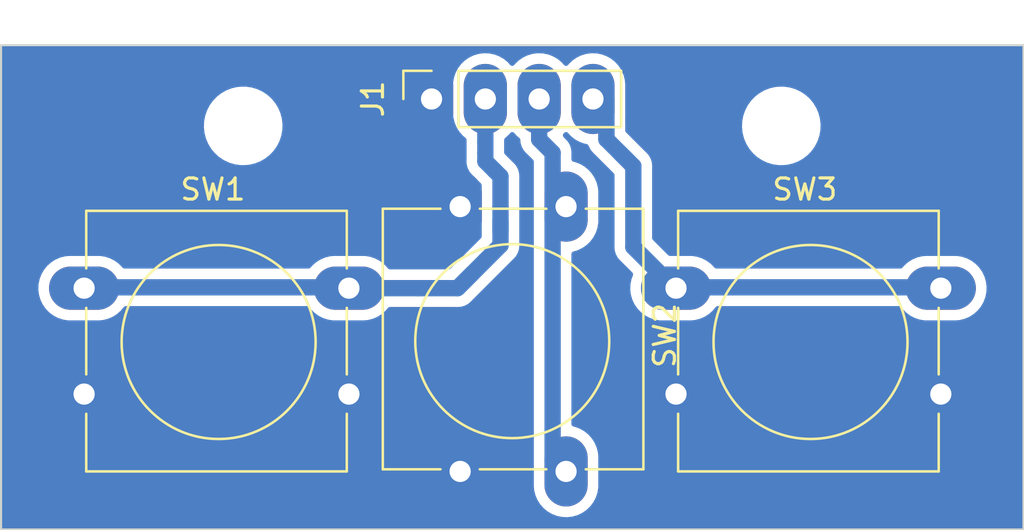
<source format=kicad_pcb>
(kicad_pcb (version 20221018) (generator pcbnew)
  (layers (0 "F.Cu" signal) (31 "B.Cu" signal) (34 "B.Paste" user) (35 "F.Paste" user) (36 "B.SilkS" user "B.Silkscreen") (37 "F.SilkS" user "F.Silkscreen") (38 "B.Mask" user) (39 "F.Mask" user) (44 "Edge.Cuts" user))
  (net 0 "")
  (net 1 "GND")
  (net 2 "Net-(J1-Pin_2)")
  (net 3 "Net-(J1-Pin_3)")
  (net 4 "Net-(J1-Pin_4)")
  (footprint "Button_Switch_THT:SW_PUSH-12mm" (layer "F.Cu") (at 30.59 36.87)
    (fp_text reference "SW1" (at 6.08 -4.66) (layer "F.SilkS"))
    (fp_text value "SW_Push")
    (fp_line (start 0.1 -3.65) (end 12.4 -3.65) (stroke (width 0.12)) (layer "F.SilkS"))
    (fp_line (start 0.1 -0.93) (end 0.1 -3.65) (stroke (width 0.12)) (layer "F.SilkS"))
    (fp_line (start 0.1 4.07) (end 0.1 0.93) (stroke (width 0.12)) (layer "F.SilkS"))
    (fp_line (start 0.1 8.65) (end 0.1 5.93) (stroke (width 0.12)) (layer "F.SilkS"))
    (fp_line (start 12.4 -3.65) (end 12.4 -0.93) (stroke (width 0.12)) (layer "F.SilkS"))
    (fp_line (start 12.4 0.93) (end 12.4 4.07) (stroke (width 0.12)) (layer "F.SilkS"))
    (fp_line (start 12.4 5.93) (end 12.4 8.65) (stroke (width 0.12)) (layer "F.SilkS"))
    (fp_line (start 12.4 8.65) (end 0.1 8.65) (stroke (width 0.12)) (layer "F.SilkS"))
    (fp_circle (center 6.35 2.54) (end 10.16 5.08) (stroke (width 0.12)) (fill none) (layer "F.SilkS"))
    (pad "1" thru_hole oval (at 0 0) (size 3.31 2.04) (drill 1) (layers "*.Cu" "*.Mask") (net 2 "Net-(J1-Pin_2)"))
    (pad "1" thru_hole oval (at 12.5 0) (size 3.31 2.04) (drill 1) (layers "*.Cu" "*.Mask") (net 2 "Net-(J1-Pin_2)"))
    (pad "2" thru_hole oval (at 0 5) (size 3.31 2.04) (drill 1) (layers "*.Cu" "*.Mask") (net 1 "GND"))
    (pad "2" thru_hole oval (at 12.5 5) (size 3.31 2.04) (drill 1) (layers "*.Cu" "*.Mask") (net 1 "GND"))
  )
  (footprint "MountingHole:MountingHole_3.2mm_M3" (layer "F.Cu") (at 38.1 29.21)
    (fp_text reference "REF**" hide)
    (fp_text value "MountingHole_3.2mm_M3")
    (pad "" np_thru_hole circle (at 0 0) (size 3.2 3.2) (drill 3.2) (layers "F&B.Cu" "*.Mask"))
  )
  (footprint "Button_Switch_THT:SW_PUSH-12mm" (layer "F.Cu") (at 53.34 33.02 -90)
    (fp_text reference "SW2" (at 6.08 -4.66 90) (layer "F.SilkS"))
    (fp_text value "SW_Push")
    (fp_line (start 0.1 -3.65) (end 12.4 -3.65) (stroke (width 0.12)) (layer "F.SilkS"))
    (fp_line (start 0.1 -0.93) (end 0.1 -3.65) (stroke (width 0.12)) (layer "F.SilkS"))
    (fp_line (start 0.1 4.07) (end 0.1 0.93) (stroke (width 0.12)) (layer "F.SilkS"))
    (fp_line (start 0.1 8.65) (end 0.1 5.93) (stroke (width 0.12)) (layer "F.SilkS"))
    (fp_line (start 12.4 -3.65) (end 12.4 -0.93) (stroke (width 0.12)) (layer "F.SilkS"))
    (fp_line (start 12.4 0.93) (end 12.4 4.07) (stroke (width 0.12)) (layer "F.SilkS"))
    (fp_line (start 12.4 5.93) (end 12.4 8.65) (stroke (width 0.12)) (layer "F.SilkS"))
    (fp_line (start 12.4 8.65) (end 0.1 8.65) (stroke (width 0.12)) (layer "F.SilkS"))
    (fp_circle (center 6.35 2.54) (end 10.16 5.08) (stroke (width 0.12)) (fill none) (layer "F.SilkS"))
    (pad "1" thru_hole oval (at 0 0 270) (size 3.31 2.04) (drill 1) (layers "*.Cu" "*.Mask") (net 3 "Net-(J1-Pin_3)"))
    (pad "1" thru_hole oval (at 12.5 0 270) (size 3.31 2.04) (drill 1) (layers "*.Cu" "*.Mask") (net 3 "Net-(J1-Pin_3)"))
    (pad "2" thru_hole oval (at 0 5 270) (size 3.31 2.04) (drill 1) (layers "*.Cu" "*.Mask") (net 1 "GND"))
    (pad "2" thru_hole oval (at 12.5 5 270) (size 3.31 2.04) (drill 1) (layers "*.Cu" "*.Mask") (net 1 "GND"))
  )
  (footprint "Connector_PinSocket_2.54mm:PinSocket_1x04_P2.54mm_Vertical" (layer "F.Cu") (at 46.99 27.94 90)
    (fp_text reference "J1" (at 0 -2.77 90) (layer "F.SilkS"))
    (fp_text value "Conn_01x04")
    (fp_line (start -1.33 1.27) (end -1.33 8.95) (stroke (width 0.12)) (layer "F.SilkS"))
    (fp_line (start -1.33 1.27) (end 1.33 1.27) (stroke (width 0.12)) (layer "F.SilkS"))
    (fp_line (start -1.33 8.95) (end 1.33 8.95) (stroke (width 0.12)) (layer "F.SilkS"))
    (fp_line (start 0 -1.33) (end 1.33 -1.33) (stroke (width 0.12)) (layer "F.SilkS"))
    (fp_line (start 1.33 -1.33) (end 1.33 0) (stroke (width 0.12)) (layer "F.SilkS"))
    (fp_line (start 1.33 1.27) (end 1.33 8.95) (stroke (width 0.12)) (layer "F.SilkS"))
    (pad "1" thru_hole oval (at 0 0 90) (size 3.31 2.04) (drill 1) (layers "*.Cu" "*.Mask") (net 1 "GND"))
    (pad "2" thru_hole oval (at 0 2.54 90) (size 3.31 2.04) (drill 1) (layers "*.Cu" "*.Mask") (net 2 "Net-(J1-Pin_2)"))
    (pad "3" thru_hole oval (at 0 5.08 90) (size 3.31 2.04) (drill 1) (layers "*.Cu" "*.Mask") (net 3 "Net-(J1-Pin_3)"))
    (pad "4" thru_hole oval (at 0 7.62 90) (size 3.31 2.04) (drill 1) (layers "*.Cu" "*.Mask") (net 4 "Net-(J1-Pin_4)"))
  )
  (footprint "Button_Switch_THT:SW_PUSH-12mm" (layer "F.Cu") (at 58.53 36.87)
    (fp_text reference "SW3" (at 6.08 -4.66) (layer "F.SilkS"))
    (fp_text value "SW_Push")
    (fp_line (start 0.1 -3.65) (end 12.4 -3.65) (stroke (width 0.12)) (layer "F.SilkS"))
    (fp_line (start 0.1 -0.93) (end 0.1 -3.65) (stroke (width 0.12)) (layer "F.SilkS"))
    (fp_line (start 0.1 4.07) (end 0.1 0.93) (stroke (width 0.12)) (layer "F.SilkS"))
    (fp_line (start 0.1 8.65) (end 0.1 5.93) (stroke (width 0.12)) (layer "F.SilkS"))
    (fp_line (start 12.4 -3.65) (end 12.4 -0.93) (stroke (width 0.12)) (layer "F.SilkS"))
    (fp_line (start 12.4 0.93) (end 12.4 4.07) (stroke (width 0.12)) (layer "F.SilkS"))
    (fp_line (start 12.4 5.93) (end 12.4 8.65) (stroke (width 0.12)) (layer "F.SilkS"))
    (fp_line (start 12.4 8.65) (end 0.1 8.65) (stroke (width 0.12)) (layer "F.SilkS"))
    (fp_circle (center 6.35 2.54) (end 10.16 5.08) (stroke (width 0.12)) (fill none) (layer "F.SilkS"))
    (pad "1" thru_hole oval (at 0 0) (size 3.31 2.04) (drill 1) (layers "*.Cu" "*.Mask") (net 4 "Net-(J1-Pin_4)"))
    (pad "1" thru_hole oval (at 12.5 0) (size 3.31 2.04) (drill 1) (layers "*.Cu" "*.Mask") (net 4 "Net-(J1-Pin_4)"))
    (pad "2" thru_hole oval (at 0 5) (size 3.31 2.04) (drill 1) (layers "*.Cu" "*.Mask") (net 1 "GND"))
    (pad "2" thru_hole oval (at 12.5 5) (size 3.31 2.04) (drill 1) (layers "*.Cu" "*.Mask") (net 1 "GND"))
  )
  (footprint "MountingHole:MountingHole_3.2mm_M3" (layer "F.Cu") (at 63.5 29.21)
    (fp_text reference "REF**" hide)
    (fp_text value "MountingHole_3.2mm_M3")
    (pad "" np_thru_hole circle (at 0 0) (size 3.2 3.2) (drill 3.2) (layers "F&B.Cu" "*.Mask"))
  )
  (gr_rect (start 26.67 25.4) (end 74.93 48.26) (stroke (width 0.1)) (fill none) (layer "Edge.Cuts"))
  (segment (start 50.245 33.02) (end 50.245 34.21) (width 0.77) (layer "B.Cu") (net 2))
  (segment (start 49.53 29.972) (end 49.53 29.464) (width 0.77) (layer "B.Cu") (net 2))
  (segment (start 50.245 33.655) (end 50.245 34.845) (width 0.77) (layer "B.Cu") (net 2))
  (segment (start 43.09 36.87) (end 46.355 36.87) (width 0.77) (layer "B.Cu") (net 2))
  (segment (start 50.245 31.595923) (end 50.245 33.02) (width 0.77) (layer "B.Cu") (net 2))
  (segment (start 50.245 34.845) (end 48.26 36.83) (width 0.77) (layer "B.Cu") (net 2))
  (segment (start 49.53 30.48) (end 49.53 30.880923) (width 0.77) (layer "B.Cu") (net 2))
  (segment (start 42.98 36.83) (end 44.45 36.83) (width 0.77) (layer "B.Cu") (net 2))
  (segment (start 49.53 30.880923) (end 49.964539 31.315462) (width 0.77) (layer "B.Cu") (net 2))
  (segment (start 49.53 29.464) (end 49.53 27.94) (width 0.77) (layer "B.Cu") (net 2))
  (segment (start 49.964539 31.315462) (end 50.245 31.595923) (width 0.77) (layer "B.Cu") (net 2))
  (segment (start 49.53 29.972) (end 49.53 30.48) (width 0.77) (layer "B.Cu") (net 2))
  (segment (start 46.355 36.87) (end 48.22 36.87) (width 0.77) (layer "B.Cu") (net 2))
  (segment (start 48.22 36.87) (end 48.895 36.195) (width 0.77) (layer "B.Cu") (net 2))
  (segment (start 30.48 36.83) (end 42.98 36.83) (width 0.77) (layer "B.Cu") (net 2))
  (segment (start 52.705 30.48) (end 52.705 32.385) (width 0.77) (layer "B.Cu") (net 3))
  (segment (start 53.34 33.02) (end 52.705 33.02) (width 0.77) (layer "B.Cu") (net 3))
  (segment (start 52.07 27.94) (end 52.07 29.21) (width 0.77) (layer "B.Cu") (net 3))
  (segment (start 53.34 33.02) (end 53.975 33.655) (width 0.77) (layer "B.Cu") (net 3))
  (segment (start 52.705 33.02) (end 52.705 45.085) (width 0.77) (layer "B.Cu") (net 3))
  (segment (start 52.07 29.845) (end 52.705 30.48) (width 0.77) (layer "B.Cu") (net 3))
  (segment (start 52.07 27.94) (end 52.07 29.845) (width 0.77) (layer "B.Cu") (net 3))
  (segment (start 55.118 28.956) (end 54.61 28.448) (width 0.77) (layer "B.Cu") (net 4))
  (segment (start 56.515 31.115) (end 56.515 34.925) (width 0.77) (layer "B.Cu") (net 4))
  (segment (start 54.61 27.94) (end 54.61 28.575) (width 0.77) (layer "B.Cu") (net 4))
  (segment (start 54.61 27.94) (end 55.245 28.575) (width 0.77) (layer "B.Cu") (net 4))
  (segment (start 54.61 27.94) (end 54.61 29.21) (width 0.77) (layer "B.Cu") (net 4))
  (segment (start 55.245 29.845) (end 55.245 27.94) (width 0.77) (layer "B.Cu") (net 4))
  (segment (start 57.785 36.83) (end 58.42 36.83) (width 0.77) (layer "B.Cu") (net 4))
  (segment (start 58.42 36.83) (end 70.92 36.83) (width 0.77) (layer "B.Cu") (net 4))
  (segment (start 55.245 29.845) (end 56.515 31.115) (width 0.77) (layer "B.Cu") (net 4))
  (segment (start 54.61 28.575) (end 55.245 29.21) (width 0.77) (layer "B.Cu") (net 4))
  (segment (start 55.88 30.48) (end 56.515 31.115) (width 0.77) (layer "B.Cu") (net 4))
  (segment (start 55.245 29.21) (end 55.245 29.845) (width 0.77) (layer "B.Cu") (net 4))
  (segment (start 54.61 27.94) (end 55.245 27.94) (width 0.77) (layer "B.Cu") (net 4))
  (segment (start 58.53 36.87) (end 57.952 36.87) (width 0.77) (layer "B.Cu") (net 4))
  (segment (start 58.53 36.87) (end 57.444 36.87) (width 0.77) (layer "B.Cu") (net 4))
  (segment (start 56.515 34.925) (end 58.42 36.83) (width 0.77) (layer "B.Cu") (net 4))
  (segment (start 54.61 28.448) (end 54.61 27.94) (width 0.77) (layer "B.Cu") (net 4))
  (zone (net 1) (net_name "GND") (layer "B.Cu") (connect_pads yes (clearance 0.5)) (min_thickness 0.25) (fill yes (thermal_gap 0.5) (thermal_bridge_width 1) (island_removal_mode 1) (island_area_min 10))
    (polygon (pts (xy 26.67 25.4) (xy 74.93 25.4) (xy 74.93 48.26) (xy 26.67 48.26)))
  )
)
</source>
